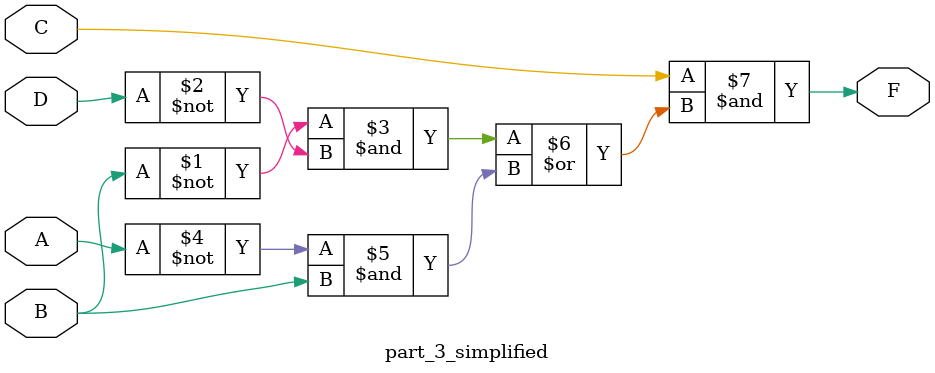
<source format=v>
`timescale 1ns / 1ps


//module part_1(
//        input A, B, C,
//        output F
//    );
    
//    wire w1, w2;
    
//    assign w1 = A | B;
//    assign w2 = B & C;
    
//    assign F = w1 | w2;
//endmodule

module part_3_simplified(
        input A, B, C, D,
        output F
    );
        
    assign F = C & (~B & ~D | ~A & B);
    
endmodule

//module part_4_sop(
//        input A, B, C, D,
//        output OUT
//    );
    
//    assign OUT = (~A & C &~D) | (~A & B & D) | (A & B & ~C) | (~B & C & ~D);

//endmodule

//module part_4_pos(
//        input A, B, C, D,
//        output OUT
//    );
    
//    assign OUT = (B | C | D) & (A | C | D) & (~D | A | B) & ( ~C | ~A | ~B) & (~D | ~A | B);

//endmodule

//module part_5_sop(
//        input A, B, C, D,
//        output F
//    );
    
//    assign F = A & ~D | ~A & C & D | A & ~ C;
    
//endmodule

//module part_5_pos(
//        input A, B, C, D,
//        output F
//    );
    
//    assign F = (A | C) & (~A | ~C | ~D) & (A | ~C | D);
    
//endmodule
</source>
